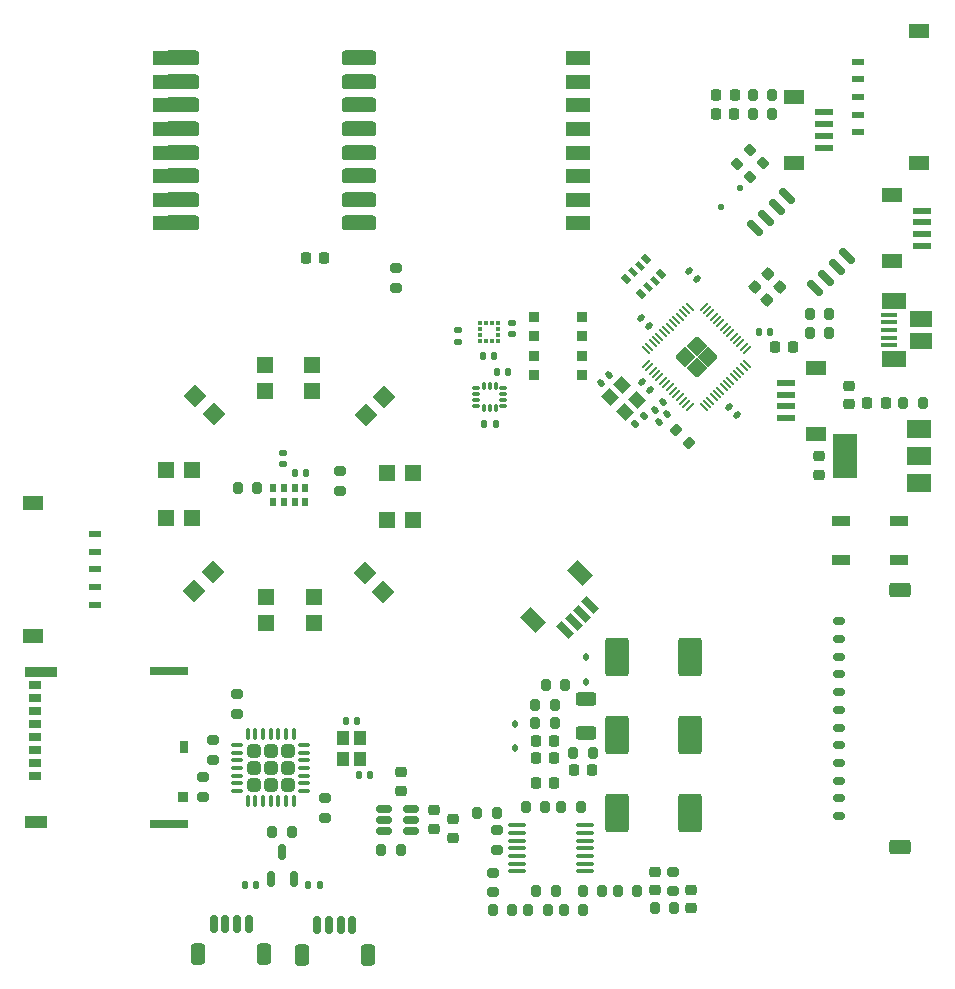
<source format=gbr>
%TF.GenerationSoftware,KiCad,Pcbnew,8.0.3*%
%TF.CreationDate,2024-10-08T19:21:30-07:00*%
%TF.ProjectId,FC_V4c_InspireFly_Special,46435f56-3463-45f4-996e-737069726546,rev?*%
%TF.SameCoordinates,Original*%
%TF.FileFunction,Paste,Top*%
%TF.FilePolarity,Positive*%
%FSLAX46Y46*%
G04 Gerber Fmt 4.6, Leading zero omitted, Abs format (unit mm)*
G04 Created by KiCad (PCBNEW 8.0.3) date 2024-10-08 19:21:30*
%MOMM*%
%LPD*%
G01*
G04 APERTURE LIST*
G04 Aperture macros list*
%AMRoundRect*
0 Rectangle with rounded corners*
0 $1 Rounding radius*
0 $2 $3 $4 $5 $6 $7 $8 $9 X,Y pos of 4 corners*
0 Add a 4 corners polygon primitive as box body*
4,1,4,$2,$3,$4,$5,$6,$7,$8,$9,$2,$3,0*
0 Add four circle primitives for the rounded corners*
1,1,$1+$1,$2,$3*
1,1,$1+$1,$4,$5*
1,1,$1+$1,$6,$7*
1,1,$1+$1,$8,$9*
0 Add four rect primitives between the rounded corners*
20,1,$1+$1,$2,$3,$4,$5,0*
20,1,$1+$1,$4,$5,$6,$7,0*
20,1,$1+$1,$6,$7,$8,$9,0*
20,1,$1+$1,$8,$9,$2,$3,0*%
%AMRotRect*
0 Rectangle, with rotation*
0 The origin of the aperture is its center*
0 $1 length*
0 $2 width*
0 $3 Rotation angle, in degrees counterclockwise*
0 Add horizontal line*
21,1,$1,$2,0,0,$3*%
%AMFreePoly0*
4,1,19,0.563745,0.600348,0.608674,0.548496,0.619677,0.497915,0.619677,-0.497915,0.600348,-0.563745,0.548496,-0.608674,0.497915,-0.619677,-0.497915,-0.619677,-0.563745,-0.600348,-0.608674,-0.548496,-0.619677,-0.497915,-0.619677,0.397045,-0.600348,0.462875,-0.584014,0.483144,-0.483144,0.584014,-0.422927,0.616893,-0.397045,0.619677,0.497915,0.619677,0.563745,0.600348,0.563745,0.600348,
$1*%
%AMFreePoly1*
4,1,19,0.563745,0.600348,0.608674,0.548496,0.619677,0.497915,0.619677,-0.497915,0.600348,-0.563745,0.548496,-0.608674,0.497915,-0.619677,-0.397045,-0.619677,-0.462875,-0.600348,-0.483144,-0.584014,-0.584014,-0.483144,-0.616893,-0.422927,-0.619677,-0.397045,-0.619677,0.497915,-0.600348,0.563745,-0.548496,0.608674,-0.497915,0.619677,0.497915,0.619677,0.563745,0.600348,0.563745,0.600348,
$1*%
%AMFreePoly2*
4,1,19,0.462875,0.600348,0.483144,0.584014,0.584014,0.483144,0.616893,0.422927,0.619677,0.397045,0.619677,-0.497915,0.600348,-0.563745,0.548496,-0.608674,0.497915,-0.619677,-0.497915,-0.619677,-0.563745,-0.600348,-0.608674,-0.548496,-0.619677,-0.497915,-0.619677,0.497915,-0.600348,0.563745,-0.548496,0.608674,-0.497915,0.619677,0.397045,0.619677,0.462875,0.600348,0.462875,0.600348,
$1*%
%AMFreePoly3*
4,1,19,0.563745,0.600348,0.608674,0.548496,0.619677,0.497915,0.619677,-0.397045,0.600348,-0.462875,0.584014,-0.483144,0.483144,-0.584014,0.422927,-0.616893,0.397045,-0.619677,-0.497915,-0.619677,-0.563745,-0.600348,-0.608674,-0.548496,-0.619677,-0.497915,-0.619677,0.497915,-0.600348,0.563745,-0.548496,0.608674,-0.497915,0.619677,0.497915,0.619677,0.563745,0.600348,0.563745,0.600348,
$1*%
G04 Aperture macros list end*
%ADD10R,1.100000X0.700000*%
%ADD11R,0.930000X0.900000*%
%ADD12R,0.780000X1.050000*%
%ADD13R,3.330000X0.700000*%
%ADD14R,2.800000X0.860000*%
%ADD15R,1.830000X1.140000*%
%ADD16RoundRect,0.140000X-0.021213X0.219203X-0.219203X0.021213X0.021213X-0.219203X0.219203X-0.021213X0*%
%ADD17RoundRect,0.225000X-0.250000X0.225000X-0.250000X-0.225000X0.250000X-0.225000X0.250000X0.225000X0*%
%ADD18RoundRect,0.200000X-0.200000X-0.275000X0.200000X-0.275000X0.200000X0.275000X-0.200000X0.275000X0*%
%ADD19RoundRect,0.218750X0.256250X-0.218750X0.256250X0.218750X-0.256250X0.218750X-0.256250X-0.218750X0*%
%ADD20RoundRect,0.150000X0.150000X0.625000X-0.150000X0.625000X-0.150000X-0.625000X0.150000X-0.625000X0*%
%ADD21RoundRect,0.250000X0.350000X0.650000X-0.350000X0.650000X-0.350000X-0.650000X0.350000X-0.650000X0*%
%ADD22R,2.000000X1.500000*%
%ADD23R,2.000000X3.800000*%
%ADD24R,1.550000X0.600000*%
%ADD25R,1.800000X1.200000*%
%ADD26RoundRect,0.200000X-0.275000X0.200000X-0.275000X-0.200000X0.275000X-0.200000X0.275000X0.200000X0*%
%ADD27RoundRect,0.225000X-0.225000X-0.250000X0.225000X-0.250000X0.225000X0.250000X-0.225000X0.250000X0*%
%ADD28RotRect,1.400000X1.400000X45.000000*%
%ADD29RoundRect,0.140000X0.021213X-0.219203X0.219203X-0.021213X-0.021213X0.219203X-0.219203X0.021213X0*%
%ADD30RoundRect,0.218750X0.218750X0.256250X-0.218750X0.256250X-0.218750X-0.256250X0.218750X-0.256250X0*%
%ADD31R,1.400000X1.400000*%
%ADD32RotRect,0.800000X0.500000X135.000000*%
%ADD33RotRect,0.800000X0.400000X135.000000*%
%ADD34RoundRect,0.225000X0.250000X-0.225000X0.250000X0.225000X-0.250000X0.225000X-0.250000X-0.225000X0*%
%ADD35RoundRect,0.218750X-0.218750X-0.256250X0.218750X-0.256250X0.218750X0.256250X-0.218750X0.256250X0*%
%ADD36RoundRect,0.140000X0.170000X-0.140000X0.170000X0.140000X-0.170000X0.140000X-0.170000X-0.140000X0*%
%ADD37R,0.900000X0.900000*%
%ADD38RoundRect,0.140000X-0.140000X-0.170000X0.140000X-0.170000X0.140000X0.170000X-0.140000X0.170000X0*%
%ADD39RoundRect,0.140000X-0.170000X0.140000X-0.170000X-0.140000X0.170000X-0.140000X0.170000X0.140000X0*%
%ADD40RoundRect,0.225000X0.017678X-0.335876X0.335876X-0.017678X-0.017678X0.335876X-0.335876X0.017678X0*%
%ADD41RoundRect,0.135000X-0.035355X0.226274X-0.226274X0.035355X0.035355X-0.226274X0.226274X-0.035355X0*%
%ADD42RoundRect,0.200000X0.200000X0.275000X-0.200000X0.275000X-0.200000X-0.275000X0.200000X-0.275000X0*%
%ADD43RotRect,1.400000X1.400000X135.000000*%
%ADD44RotRect,1.150000X1.000000X315.000000*%
%ADD45RoundRect,0.140000X0.219203X0.021213X0.021213X0.219203X-0.219203X-0.021213X-0.021213X-0.219203X0*%
%ADD46RoundRect,0.140000X0.140000X0.170000X-0.140000X0.170000X-0.140000X-0.170000X0.140000X-0.170000X0*%
%ADD47RoundRect,0.112500X0.112500X-0.187500X0.112500X0.187500X-0.112500X0.187500X-0.112500X-0.187500X0*%
%ADD48R,1.000000X0.600000*%
%ADD49R,1.800000X1.250000*%
%ADD50R,1.000000X1.150000*%
%ADD51RoundRect,0.150000X-0.512500X-0.150000X0.512500X-0.150000X0.512500X0.150000X-0.512500X0.150000X0*%
%ADD52RoundRect,0.150000X0.150000X-0.512500X0.150000X0.512500X-0.150000X0.512500X-0.150000X-0.512500X0*%
%ADD53RoundRect,0.200000X0.053033X-0.335876X0.335876X-0.053033X-0.053033X0.335876X-0.335876X0.053033X0*%
%ADD54RoundRect,0.250000X-0.750000X-1.400000X0.750000X-1.400000X0.750000X1.400000X-0.750000X1.400000X0*%
%ADD55R,2.000000X1.300000*%
%ADD56RotRect,0.600000X1.550000X45.000000*%
%ADD57RotRect,1.200000X1.800000X45.000000*%
%ADD58RoundRect,0.087500X-0.225000X-0.087500X0.225000X-0.087500X0.225000X0.087500X-0.225000X0.087500X0*%
%ADD59RoundRect,0.087500X-0.087500X-0.225000X0.087500X-0.225000X0.087500X0.225000X-0.087500X0.225000X0*%
%ADD60RoundRect,0.150000X-0.565685X0.353553X0.353553X-0.565685X0.565685X-0.353553X-0.353553X0.565685X0*%
%ADD61RoundRect,0.140000X-0.219203X-0.021213X-0.021213X-0.219203X0.219203X0.021213X0.021213X0.219203X0*%
%ADD62R,1.500000X0.900000*%
%ADD63RotRect,1.400000X1.400000X315.000000*%
%ADD64RoundRect,0.125000X0.000000X-0.176777X0.176777X0.000000X0.000000X0.176777X-0.176777X0.000000X0*%
%ADD65RoundRect,0.200000X0.335876X0.053033X0.053033X0.335876X-0.335876X-0.053033X-0.053033X-0.335876X0*%
%ADD66RoundRect,0.250000X-0.625000X0.312500X-0.625000X-0.312500X0.625000X-0.312500X0.625000X0.312500X0*%
%ADD67RoundRect,0.200000X0.275000X-0.200000X0.275000X0.200000X-0.275000X0.200000X-0.275000X-0.200000X0*%
%ADD68FreePoly0,315.000000*%
%ADD69FreePoly1,315.000000*%
%ADD70FreePoly2,315.000000*%
%ADD71FreePoly3,315.000000*%
%ADD72RoundRect,0.050000X-0.309359X0.238649X0.238649X-0.309359X0.309359X-0.238649X-0.238649X0.309359X0*%
%ADD73RoundRect,0.050000X-0.309359X-0.238649X-0.238649X-0.309359X0.309359X0.238649X0.238649X0.309359X0*%
%ADD74RoundRect,0.317500X1.157500X0.317500X-1.157500X0.317500X-1.157500X-0.317500X1.157500X-0.317500X0*%
%ADD75RoundRect,0.225000X0.225000X0.250000X-0.225000X0.250000X-0.225000X-0.250000X0.225000X-0.250000X0*%
%ADD76R,0.375000X0.350000*%
%ADD77R,0.350000X0.375000*%
%ADD78RoundRect,0.100000X0.637500X0.100000X-0.637500X0.100000X-0.637500X-0.100000X0.637500X-0.100000X0*%
%ADD79RoundRect,0.250000X-0.320000X-0.320000X0.320000X-0.320000X0.320000X0.320000X-0.320000X0.320000X0*%
%ADD80RoundRect,0.075000X-0.437500X-0.075000X0.437500X-0.075000X0.437500X0.075000X-0.437500X0.075000X0*%
%ADD81RoundRect,0.075000X-0.075000X-0.437500X0.075000X-0.437500X0.075000X0.437500X-0.075000X0.437500X0*%
%ADD82RotRect,1.400000X1.400000X225.000000*%
%ADD83R,0.500000X0.800000*%
%ADD84RoundRect,0.150000X0.350000X-0.150000X0.350000X0.150000X-0.350000X0.150000X-0.350000X-0.150000X0*%
%ADD85RoundRect,0.250000X0.650000X-0.375000X0.650000X0.375000X-0.650000X0.375000X-0.650000X-0.375000X0*%
%ADD86RoundRect,0.200000X-0.053033X0.335876X-0.335876X0.053033X0.053033X-0.335876X0.335876X-0.053033X0*%
%ADD87R,1.380000X0.450000*%
%ADD88R,2.100000X1.475000*%
%ADD89R,1.900000X1.375000*%
G04 APERTURE END LIST*
D10*
%TO.C,J4*%
X149960000Y-120775000D03*
X149960000Y-119675000D03*
X149960000Y-118575000D03*
X149960000Y-117475000D03*
X149960000Y-116375000D03*
X149960000Y-115275000D03*
X149960000Y-114175000D03*
X149960000Y-113075000D03*
D11*
X162425000Y-122565000D03*
D12*
X162500000Y-118300000D03*
D13*
X161225000Y-111915000D03*
D14*
X150460000Y-111995000D03*
D15*
X149975000Y-124655000D03*
D13*
X161225000Y-124875000D03*
%TD*%
D16*
%TO.C,C11*%
X203079411Y-89110589D03*
X202400589Y-89789411D03*
%TD*%
D17*
%TO.C,C13*%
X216300000Y-93725000D03*
X216300000Y-95275000D03*
%TD*%
D18*
%TO.C,R7*%
X215520000Y-81700000D03*
X217170000Y-81700000D03*
%TD*%
%TO.C,R18*%
X191675000Y-132100000D03*
X193325000Y-132100000D03*
%TD*%
D19*
%TO.C,D6*%
X205500000Y-131987501D03*
X205500000Y-130412499D03*
%TD*%
D20*
%TO.C,J15*%
X176787500Y-133400000D03*
X175787500Y-133400000D03*
X174787500Y-133400000D03*
X173787500Y-133400000D03*
D21*
X178087500Y-135925000D03*
X172487500Y-135925000D03*
%TD*%
D22*
%TO.C,IC2*%
X224780000Y-95970000D03*
X224780000Y-93670000D03*
X224780000Y-91370000D03*
D23*
X218480000Y-93670000D03*
%TD*%
D24*
%TO.C,J9*%
X224995000Y-75920000D03*
X224995000Y-74920000D03*
X224995000Y-73920000D03*
X224995000Y-72920000D03*
D25*
X222470000Y-77220000D03*
X222470000Y-71620000D03*
%TD*%
D26*
%TO.C,R23*%
X167000000Y-113875000D03*
X167000000Y-115525000D03*
%TD*%
D27*
%TO.C,C25*%
X192325000Y-117800000D03*
X193875000Y-117800000D03*
%TD*%
D28*
%TO.C,C1022*%
X177922182Y-90253552D03*
X179477816Y-88697917D03*
%TD*%
D29*
%TO.C,C4*%
X202780589Y-90849411D03*
X203459411Y-90170589D03*
%TD*%
D30*
%TO.C,D1*%
X209157500Y-63130000D03*
X207582500Y-63130000D03*
%TD*%
D31*
%TO.C,C1021*%
X169399999Y-88199998D03*
X169399998Y-85999999D03*
%TD*%
D32*
%TO.C,R6*%
X201245736Y-79979848D03*
D33*
X201811421Y-79414163D03*
X202377107Y-78848477D03*
D32*
X202942792Y-78282792D03*
X201670000Y-77010000D03*
D33*
X201104315Y-77575685D03*
X200538629Y-78141371D03*
D32*
X199972944Y-78707056D03*
%TD*%
D34*
%TO.C,C12*%
X218810000Y-89315000D03*
X218810000Y-87765000D03*
%TD*%
D35*
%TO.C,D3*%
X220382500Y-89190000D03*
X221957500Y-89190000D03*
%TD*%
D36*
%TO.C,C18*%
X170900000Y-94380000D03*
X170900000Y-93420000D03*
%TD*%
D37*
%TO.C,SW2*%
X196250000Y-85200000D03*
X192150000Y-85200000D03*
X196250000Y-86800000D03*
X192150000Y-86800000D03*
%TD*%
D38*
%TO.C,C32*%
X189040000Y-86550000D03*
X190000000Y-86550000D03*
%TD*%
D31*
%TO.C,C1018*%
X163199999Y-94899999D03*
X161000000Y-94900000D03*
%TD*%
D39*
%TO.C,C34*%
X190300000Y-82430000D03*
X190300000Y-83390000D03*
%TD*%
D40*
%TO.C,C3*%
X210853984Y-79396016D03*
X211950000Y-78300000D03*
%TD*%
D18*
%TO.C,R33*%
X192275000Y-116300000D03*
X193925000Y-116300000D03*
%TD*%
D31*
%TO.C,C1023*%
X173499999Y-105600000D03*
X173500000Y-107799999D03*
%TD*%
D41*
%TO.C,R2*%
X201460624Y-90269376D03*
X200739376Y-90990624D03*
%TD*%
D42*
%TO.C,R14*%
X168725000Y-96400000D03*
X167075000Y-96400000D03*
%TD*%
D43*
%TO.C,C1017*%
X165053552Y-90177816D03*
X163497917Y-88622182D03*
%TD*%
D42*
%TO.C,R30*%
X197125000Y-118800000D03*
X195475000Y-118800000D03*
%TD*%
D26*
%TO.C,R16*%
X188700000Y-128975000D03*
X188700000Y-130625000D03*
%TD*%
D44*
%TO.C,Y1*%
X198642614Y-88692512D03*
X199880051Y-89929949D03*
X200870000Y-88940000D03*
X199632563Y-87702563D03*
%TD*%
D40*
%TO.C,C8*%
X211931992Y-80468008D03*
X213028008Y-79371992D03*
%TD*%
D45*
%TO.C,C10*%
X201909411Y-82689411D03*
X201230589Y-82010589D03*
%TD*%
D46*
%TO.C,C39*%
X168657500Y-129980000D03*
X167697500Y-129980000D03*
%TD*%
D47*
%TO.C,D5*%
X196600000Y-112850000D03*
X196600000Y-110750000D03*
%TD*%
D48*
%TO.C,J14*%
X154970000Y-100300000D03*
X154970000Y-101800000D03*
X154970000Y-103300000D03*
X154970000Y-104800000D03*
X154970000Y-106300000D03*
D49*
X149780000Y-97695000D03*
X149780000Y-108905000D03*
%TD*%
D50*
%TO.C,Y3*%
X177417500Y-119305000D03*
X177417500Y-117555000D03*
X176017500Y-117555000D03*
X176017500Y-119305000D03*
%TD*%
D31*
%TO.C,C1027*%
X179699999Y-99099999D03*
X181899999Y-99099999D03*
%TD*%
D51*
%TO.C,U10*%
X179507500Y-123540000D03*
X179507500Y-124490000D03*
X179507500Y-125440000D03*
X181782500Y-125440000D03*
X181782500Y-124490000D03*
X181782500Y-123540000D03*
%TD*%
D18*
%TO.C,R22*%
X202375000Y-132000000D03*
X204025000Y-132000000D03*
%TD*%
%TO.C,R37*%
X193175000Y-113100000D03*
X194825000Y-113100000D03*
%TD*%
D17*
%TO.C,C22*%
X202400000Y-128925000D03*
X202400000Y-130475000D03*
%TD*%
D52*
%TO.C,D8*%
X169907500Y-129527500D03*
X171807500Y-129527500D03*
X170857500Y-127252500D03*
%TD*%
D53*
%TO.C,R12*%
X209316637Y-68983363D03*
X210483363Y-67816637D03*
%TD*%
D27*
%TO.C,C24*%
X192325000Y-119300000D03*
X193875000Y-119300000D03*
%TD*%
D54*
%TO.C,C21*%
X199200000Y-123900000D03*
X205400000Y-123900000D03*
%TD*%
D55*
%TO.C,U4*%
X160910000Y-60001499D03*
X160910000Y-62001499D03*
X160910000Y-64001499D03*
X160910000Y-66001499D03*
X160910000Y-68001499D03*
X160910000Y-70001499D03*
X160910000Y-72001499D03*
X160910000Y-74001499D03*
X195910000Y-74001499D03*
X195910000Y-72001499D03*
X195910000Y-70001499D03*
X195910000Y-68001499D03*
X195910000Y-66001499D03*
X195910000Y-64001499D03*
X195910000Y-62001499D03*
X195910000Y-60001499D03*
%TD*%
D24*
%TO.C,J5*%
X213487500Y-87500000D03*
X213487500Y-88500000D03*
X213487500Y-89500000D03*
X213487500Y-90500000D03*
D25*
X216012500Y-86200000D03*
X216012500Y-91800000D03*
%TD*%
D26*
%TO.C,R21*%
X203900000Y-128875000D03*
X203900000Y-130525000D03*
%TD*%
D18*
%TO.C,R4*%
X210685000Y-63130000D03*
X212335000Y-63130000D03*
%TD*%
D56*
%TO.C,J11*%
X194804683Y-108466206D03*
X195511790Y-107759099D03*
X196218897Y-107051992D03*
X196926004Y-106344885D03*
D57*
X192100000Y-107600000D03*
X196059798Y-103640202D03*
%TD*%
D58*
%TO.C,U7*%
X187257500Y-87970000D03*
X187257500Y-88470000D03*
X187257500Y-88970000D03*
X187257500Y-89470000D03*
D59*
X187920000Y-89632500D03*
X188420000Y-89632500D03*
X188920000Y-89632500D03*
D58*
X189582500Y-89470000D03*
X189582500Y-88970000D03*
X189582500Y-88470000D03*
X189582500Y-87970000D03*
D59*
X188920000Y-87807500D03*
X188420000Y-87807500D03*
X187920000Y-87807500D03*
%TD*%
D16*
%TO.C,C2*%
X198499411Y-86870589D03*
X197820589Y-87549411D03*
%TD*%
D27*
%TO.C,C6*%
X212585000Y-84500000D03*
X214135000Y-84500000D03*
%TD*%
D31*
%TO.C,C1024*%
X169499999Y-105600000D03*
X169500000Y-107799999D03*
%TD*%
D18*
%TO.C,R36*%
X192375000Y-130500000D03*
X194025000Y-130500000D03*
%TD*%
D45*
%TO.C,C9*%
X205989411Y-78729411D03*
X205310589Y-78050589D03*
%TD*%
D18*
%TO.C,R26*%
X170007500Y-125550000D03*
X171657500Y-125550000D03*
%TD*%
D34*
%TO.C,C42*%
X183737500Y-125235000D03*
X183737500Y-123685000D03*
%TD*%
D38*
%TO.C,C37*%
X177337500Y-120680000D03*
X178297500Y-120680000D03*
%TD*%
D26*
%TO.C,R34*%
X189000000Y-125375000D03*
X189000000Y-127025000D03*
%TD*%
D60*
%TO.C,U6*%
X213601454Y-71707377D03*
X212703428Y-72605403D03*
X211805403Y-73503428D03*
X210907377Y-74401454D03*
X215998546Y-79492623D03*
X216896572Y-78594597D03*
X217794597Y-77696572D03*
X218692623Y-76798546D03*
%TD*%
D30*
%TO.C,D2*%
X209137500Y-64730000D03*
X207562500Y-64730000D03*
%TD*%
D61*
%TO.C,C7*%
X208660589Y-89560589D03*
X209339411Y-90239411D03*
%TD*%
D18*
%TO.C,R20*%
X196275000Y-130500000D03*
X197925000Y-130500000D03*
%TD*%
D31*
%TO.C,C1019*%
X163199999Y-98899999D03*
X161000000Y-98900000D03*
%TD*%
D18*
%TO.C,R29*%
X194475000Y-123400000D03*
X196125000Y-123400000D03*
%TD*%
D31*
%TO.C,C1025*%
X173399999Y-88199998D03*
X173399998Y-85999999D03*
%TD*%
D47*
%TO.C,D7*%
X190600000Y-118450000D03*
X190600000Y-116350000D03*
%TD*%
D42*
%TO.C,R27*%
X180882500Y-127080000D03*
X179232500Y-127080000D03*
%TD*%
D18*
%TO.C,R8*%
X215525000Y-83300000D03*
X217175000Y-83300000D03*
%TD*%
D62*
%TO.C,LED1*%
X218160000Y-99190000D03*
X218160000Y-102490000D03*
X223060000Y-102490000D03*
X223060000Y-99190000D03*
%TD*%
D63*
%TO.C,C1028*%
X177846446Y-103622182D03*
X179402081Y-105177816D03*
%TD*%
D61*
%TO.C,C1*%
X201330589Y-87440589D03*
X202009411Y-88119411D03*
%TD*%
D34*
%TO.C,C41*%
X185307500Y-126015000D03*
X185307500Y-124465000D03*
%TD*%
D64*
%TO.C,D4*%
X208022183Y-72577817D03*
X209577817Y-71022183D03*
%TD*%
D38*
%TO.C,C17*%
X171920000Y-95100000D03*
X172880000Y-95100000D03*
%TD*%
D18*
%TO.C,R3*%
X210685000Y-64750000D03*
X212335000Y-64750000D03*
%TD*%
D65*
%TO.C,R1*%
X205323363Y-92633363D03*
X204156637Y-91466637D03*
%TD*%
D66*
%TO.C,R15*%
X196600000Y-114237500D03*
X196600000Y-117162500D03*
%TD*%
D24*
%TO.C,J7*%
X216725000Y-67600000D03*
X216725000Y-66600000D03*
X216725000Y-65600000D03*
X216725000Y-64600000D03*
D25*
X214200000Y-68900000D03*
X214200000Y-63300000D03*
%TD*%
D18*
%TO.C,R17*%
X188675001Y-132100000D03*
X190325001Y-132100000D03*
%TD*%
D67*
%TO.C,R25*%
X174447500Y-124335000D03*
X174447500Y-122685000D03*
%TD*%
D46*
%TO.C,C40*%
X174027500Y-129980000D03*
X173067500Y-129980000D03*
%TD*%
D42*
%TO.C,R32*%
X189025000Y-123900000D03*
X187375000Y-123900000D03*
%TD*%
%TO.C,R31*%
X193125001Y-123400000D03*
X191475001Y-123400000D03*
%TD*%
D17*
%TO.C,C43*%
X180907500Y-120475000D03*
X180907500Y-122025000D03*
%TD*%
D68*
%TO.C,IC1*%
X205930000Y-84355406D03*
D69*
X204975406Y-85310000D03*
D70*
X206884594Y-85310000D03*
D71*
X205930000Y-86264594D03*
D72*
X205337798Y-81040843D03*
X205054955Y-81323686D03*
X204772113Y-81606528D03*
X204489270Y-81889371D03*
X204206427Y-82172214D03*
X203923585Y-82455056D03*
X203640742Y-82737899D03*
X203357899Y-83020742D03*
X203075056Y-83303585D03*
X202792214Y-83586427D03*
X202509371Y-83869270D03*
X202226528Y-84152113D03*
X201943686Y-84434955D03*
X201660843Y-84717798D03*
D73*
X201660843Y-85902202D03*
X201943686Y-86185045D03*
X202226528Y-86467887D03*
X202509371Y-86750730D03*
X202792214Y-87033573D03*
X203075056Y-87316415D03*
X203357899Y-87599258D03*
X203640742Y-87882101D03*
X203923585Y-88164944D03*
X204206427Y-88447786D03*
X204489270Y-88730629D03*
X204772113Y-89013472D03*
X205054955Y-89296314D03*
X205337798Y-89579157D03*
D72*
X206522202Y-89579157D03*
X206805045Y-89296314D03*
X207087887Y-89013472D03*
X207370730Y-88730629D03*
X207653573Y-88447786D03*
X207936415Y-88164944D03*
X208219258Y-87882101D03*
X208502101Y-87599258D03*
X208784944Y-87316415D03*
X209067786Y-87033573D03*
X209350629Y-86750730D03*
X209633472Y-86467887D03*
X209916314Y-86185045D03*
X210199157Y-85902202D03*
D73*
X210199157Y-84717798D03*
X209916314Y-84434955D03*
X209633472Y-84152113D03*
X209350629Y-83869270D03*
X209067786Y-83586427D03*
X208784944Y-83303585D03*
X208502101Y-83020742D03*
X208219258Y-82737899D03*
X207936415Y-82455056D03*
X207653573Y-82172214D03*
X207370730Y-81889371D03*
X207087887Y-81606528D03*
X206805045Y-81323686D03*
X206522202Y-81040843D03*
%TD*%
D38*
%TO.C,C31*%
X187860000Y-85190000D03*
X188820000Y-85190000D03*
%TD*%
D74*
%TO.C,U5*%
X177385000Y-74000000D03*
X177385000Y-72000000D03*
X177385000Y-70000000D03*
X177385000Y-68000000D03*
X177385000Y-66000000D03*
X177385000Y-64000000D03*
X177385000Y-62000000D03*
X177385000Y-60000000D03*
X162335000Y-60000000D03*
X162335000Y-62000000D03*
X162335000Y-64000000D03*
X162335000Y-66000000D03*
X162335000Y-68000000D03*
X162335000Y-70000000D03*
X162335000Y-72000000D03*
X162335000Y-74000000D03*
%TD*%
D75*
%TO.C,C23*%
X197075000Y-120300000D03*
X195525000Y-120300000D03*
%TD*%
D46*
%TO.C,C5*%
X212180000Y-83200000D03*
X211220000Y-83200000D03*
%TD*%
D20*
%TO.C,J13*%
X168037500Y-133305000D03*
X167037500Y-133305000D03*
X166037500Y-133305000D03*
X165037500Y-133305000D03*
D21*
X169337500Y-135830000D03*
X163737500Y-135830000D03*
%TD*%
D54*
%TO.C,C20*%
X199199999Y-110700000D03*
X205399999Y-110700000D03*
%TD*%
D67*
%TO.C,R24*%
X165000000Y-119425000D03*
X165000000Y-117775000D03*
%TD*%
D18*
%TO.C,R19*%
X194675000Y-132099999D03*
X196325000Y-132099999D03*
%TD*%
D76*
%TO.C,U8*%
X187557500Y-82470000D03*
X187557500Y-82970000D03*
X187557500Y-83470000D03*
X187557500Y-83970000D03*
D77*
X188070000Y-83982500D03*
X188570000Y-83982500D03*
D76*
X189082500Y-83970000D03*
X189082500Y-83470000D03*
X189082500Y-82970000D03*
X189082500Y-82470000D03*
D77*
X188570000Y-82457500D03*
X188070000Y-82457500D03*
%TD*%
D31*
%TO.C,C1026*%
X179700000Y-95099999D03*
X181899999Y-95099998D03*
%TD*%
D75*
%TO.C,C26*%
X193875001Y-121400000D03*
X192325001Y-121400000D03*
%TD*%
D78*
%TO.C,U1*%
X196462500Y-128850000D03*
X196462500Y-128200000D03*
X196462500Y-127550000D03*
X196462500Y-126900000D03*
X196462500Y-126250000D03*
X196462500Y-125600000D03*
X196462500Y-124950000D03*
X190737500Y-124950000D03*
X190737500Y-125600000D03*
X190737500Y-126250000D03*
X190737500Y-126900000D03*
X190737500Y-127550000D03*
X190737500Y-128200000D03*
X190737500Y-128850000D03*
%TD*%
D37*
%TO.C,SW1*%
X196250000Y-81900000D03*
X192150000Y-81900000D03*
X196250000Y-83500000D03*
X192150000Y-83500000D03*
%TD*%
D75*
%TO.C,C14*%
X174405000Y-76950000D03*
X172855000Y-76950000D03*
%TD*%
D18*
%TO.C,R35*%
X192275001Y-114800000D03*
X193925001Y-114800000D03*
%TD*%
D38*
%TO.C,C38*%
X176237500Y-116150000D03*
X177197500Y-116150000D03*
%TD*%
D79*
%TO.C,U9*%
X168460000Y-118680000D03*
X168460000Y-120100000D03*
X168460000Y-121520000D03*
X169880000Y-118680000D03*
X169880000Y-120100000D03*
X169880000Y-121520000D03*
X171300000Y-118680000D03*
X171300000Y-120100000D03*
X171300000Y-121520000D03*
D80*
X167042500Y-118150000D03*
X167042500Y-118800000D03*
X167042500Y-119450000D03*
X167042500Y-120100000D03*
X167042500Y-120750000D03*
X167042500Y-121400000D03*
X167042500Y-122050000D03*
D81*
X167930000Y-122937500D03*
X168580000Y-122937500D03*
X169230000Y-122937500D03*
X169880000Y-122937500D03*
X170530000Y-122937500D03*
X171180000Y-122937500D03*
X171830000Y-122937500D03*
D80*
X172717500Y-122050000D03*
X172717500Y-121400000D03*
X172717500Y-120750000D03*
X172717500Y-120100000D03*
X172717500Y-119450000D03*
X172717500Y-118800000D03*
X172717500Y-118150000D03*
D81*
X171830000Y-117262500D03*
X171180000Y-117262500D03*
X170530000Y-117262500D03*
X169880000Y-117262500D03*
X169230000Y-117262500D03*
X168580000Y-117262500D03*
X167930000Y-117262500D03*
%TD*%
D82*
%TO.C,C1020*%
X164977816Y-103546446D03*
X163422182Y-105102081D03*
%TD*%
D26*
%TO.C,R11*%
X164100000Y-120875000D03*
X164100000Y-122525000D03*
%TD*%
D83*
%TO.C,IC3*%
X170100000Y-97600000D03*
X171000000Y-97600000D03*
X171900000Y-97600000D03*
X172800000Y-97600000D03*
X172800000Y-96400000D03*
X171900000Y-96400000D03*
X171000000Y-96400000D03*
X170100000Y-96400000D03*
%TD*%
D84*
%TO.C,J2*%
X217950000Y-124180000D03*
X217950000Y-122680000D03*
X217950000Y-121180000D03*
X217950000Y-119680000D03*
X217950000Y-118180000D03*
X217950000Y-116680000D03*
X217950000Y-115180000D03*
X217950000Y-113680000D03*
X217950000Y-112180000D03*
X217950000Y-110680000D03*
X217950000Y-109180000D03*
X217950000Y-107680000D03*
D85*
X223140000Y-126785000D03*
X223140000Y-105075000D03*
%TD*%
D39*
%TO.C,C33*%
X185690000Y-83040000D03*
X185690000Y-84000000D03*
%TD*%
D48*
%TO.C,J16*%
X219600000Y-66300000D03*
X219600000Y-64800000D03*
X219600001Y-63300000D03*
X219600000Y-61800000D03*
X219600000Y-60300000D03*
D49*
X224790000Y-68905000D03*
X224790000Y-57695000D03*
%TD*%
D67*
%TO.C,R5*%
X175700000Y-96625000D03*
X175700000Y-94975000D03*
%TD*%
D86*
%TO.C,R10*%
X211583363Y-68916637D03*
X210416637Y-70083363D03*
%TD*%
D42*
%TO.C,R28*%
X200925001Y-130500000D03*
X199275001Y-130500000D03*
%TD*%
D54*
%TO.C,C19*%
X199200000Y-117300000D03*
X205400000Y-117300000D03*
%TD*%
D87*
%TO.C,J8*%
X222260000Y-81720000D03*
X222260000Y-82370000D03*
X222260000Y-83020000D03*
X222260000Y-83670000D03*
X222260000Y-84320000D03*
D88*
X222620000Y-85482500D03*
D89*
X224920000Y-83957500D03*
X224920000Y-82082500D03*
D88*
X222620000Y-80557500D03*
%TD*%
D67*
%TO.C,R13*%
X180500000Y-79465000D03*
X180500000Y-77815000D03*
%TD*%
D38*
%TO.C,C35*%
X187970000Y-90950000D03*
X188930000Y-90950000D03*
%TD*%
D42*
%TO.C,R9*%
X225065000Y-89180000D03*
X223415000Y-89180000D03*
%TD*%
M02*

</source>
